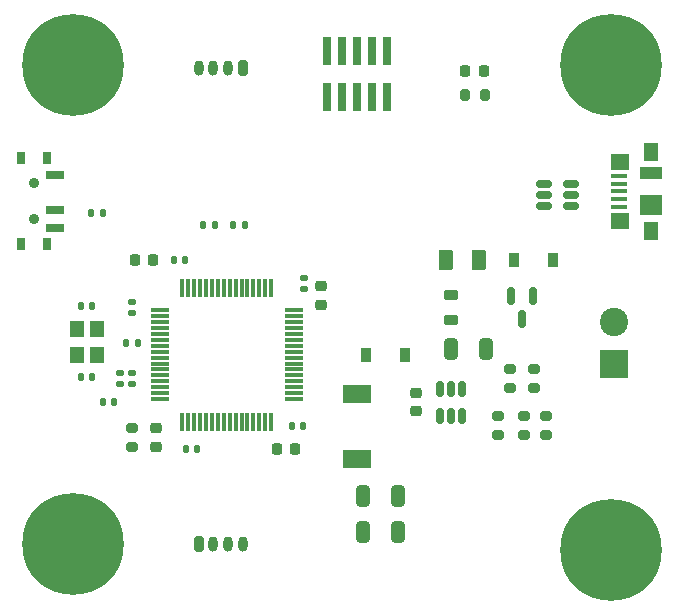
<source format=gbr>
%TF.GenerationSoftware,KiCad,Pcbnew,(6.0.1)*%
%TF.CreationDate,2022-05-20T16:10:24+03:00*%
%TF.ProjectId,STM32_based_project,53544d33-325f-4626-9173-65645f70726f,rev?*%
%TF.SameCoordinates,Original*%
%TF.FileFunction,Soldermask,Top*%
%TF.FilePolarity,Negative*%
%FSLAX46Y46*%
G04 Gerber Fmt 4.6, Leading zero omitted, Abs format (unit mm)*
G04 Created by KiCad (PCBNEW (6.0.1)) date 2022-05-20 16:10:24*
%MOMM*%
%LPD*%
G01*
G04 APERTURE LIST*
G04 Aperture macros list*
%AMRoundRect*
0 Rectangle with rounded corners*
0 $1 Rounding radius*
0 $2 $3 $4 $5 $6 $7 $8 $9 X,Y pos of 4 corners*
0 Add a 4 corners polygon primitive as box body*
4,1,4,$2,$3,$4,$5,$6,$7,$8,$9,$2,$3,0*
0 Add four circle primitives for the rounded corners*
1,1,$1+$1,$2,$3*
1,1,$1+$1,$4,$5*
1,1,$1+$1,$6,$7*
1,1,$1+$1,$8,$9*
0 Add four rect primitives between the rounded corners*
20,1,$1+$1,$2,$3,$4,$5,0*
20,1,$1+$1,$4,$5,$6,$7,0*
20,1,$1+$1,$6,$7,$8,$9,0*
20,1,$1+$1,$8,$9,$2,$3,0*%
G04 Aperture macros list end*
%ADD10C,0.900000*%
%ADD11C,8.600000*%
%ADD12RoundRect,0.140000X0.140000X0.170000X-0.140000X0.170000X-0.140000X-0.170000X0.140000X-0.170000X0*%
%ADD13RoundRect,0.200000X-0.275000X0.200000X-0.275000X-0.200000X0.275000X-0.200000X0.275000X0.200000X0*%
%ADD14R,0.800000X1.000000*%
%ADD15R,1.500000X0.700000*%
%ADD16RoundRect,0.218750X0.256250X-0.218750X0.256250X0.218750X-0.256250X0.218750X-0.256250X-0.218750X0*%
%ADD17RoundRect,0.218750X-0.381250X0.218750X-0.381250X-0.218750X0.381250X-0.218750X0.381250X0.218750X0*%
%ADD18RoundRect,0.140000X0.170000X-0.140000X0.170000X0.140000X-0.170000X0.140000X-0.170000X-0.140000X0*%
%ADD19RoundRect,0.135000X-0.135000X-0.185000X0.135000X-0.185000X0.135000X0.185000X-0.135000X0.185000X0*%
%ADD20RoundRect,0.135000X0.135000X0.185000X-0.135000X0.185000X-0.135000X-0.185000X0.135000X-0.185000X0*%
%ADD21RoundRect,0.150000X0.150000X-0.512500X0.150000X0.512500X-0.150000X0.512500X-0.150000X-0.512500X0*%
%ADD22RoundRect,0.200000X0.275000X-0.200000X0.275000X0.200000X-0.275000X0.200000X-0.275000X-0.200000X0*%
%ADD23RoundRect,0.200000X0.200000X0.450000X-0.200000X0.450000X-0.200000X-0.450000X0.200000X-0.450000X0*%
%ADD24O,0.800000X1.300000*%
%ADD25RoundRect,0.218750X0.218750X0.256250X-0.218750X0.256250X-0.218750X-0.256250X0.218750X-0.256250X0*%
%ADD26RoundRect,0.225000X0.250000X-0.225000X0.250000X0.225000X-0.250000X0.225000X-0.250000X-0.225000X0*%
%ADD27R,2.400000X2.400000*%
%ADD28C,2.400000*%
%ADD29R,2.400000X1.500000*%
%ADD30RoundRect,0.200000X-0.200000X-0.450000X0.200000X-0.450000X0.200000X0.450000X-0.200000X0.450000X0*%
%ADD31RoundRect,0.225000X-0.225000X-0.250000X0.225000X-0.250000X0.225000X0.250000X-0.225000X0.250000X0*%
%ADD32RoundRect,0.147500X-0.147500X-0.172500X0.147500X-0.172500X0.147500X0.172500X-0.147500X0.172500X0*%
%ADD33RoundRect,0.150000X0.512500X0.150000X-0.512500X0.150000X-0.512500X-0.150000X0.512500X-0.150000X0*%
%ADD34RoundRect,0.250000X0.375000X0.625000X-0.375000X0.625000X-0.375000X-0.625000X0.375000X-0.625000X0*%
%ADD35R,0.900000X1.200000*%
%ADD36R,0.740000X2.400000*%
%ADD37RoundRect,0.150000X-0.150000X0.587500X-0.150000X-0.587500X0.150000X-0.587500X0.150000X0.587500X0*%
%ADD38RoundRect,0.140000X-0.140000X-0.170000X0.140000X-0.170000X0.140000X0.170000X-0.140000X0.170000X0*%
%ADD39RoundRect,0.250000X0.325000X0.650000X-0.325000X0.650000X-0.325000X-0.650000X0.325000X-0.650000X0*%
%ADD40R,1.380000X0.450000*%
%ADD41R,1.900000X1.000000*%
%ADD42R,1.900000X1.800000*%
%ADD43R,1.300000X1.650000*%
%ADD44R,1.550000X1.425000*%
%ADD45RoundRect,0.200000X-0.200000X-0.275000X0.200000X-0.275000X0.200000X0.275000X-0.200000X0.275000X0*%
%ADD46RoundRect,0.225000X0.225000X0.250000X-0.225000X0.250000X-0.225000X-0.250000X0.225000X-0.250000X0*%
%ADD47R,1.200000X1.400000*%
%ADD48RoundRect,0.250000X-0.325000X-0.650000X0.325000X-0.650000X0.325000X0.650000X-0.325000X0.650000X0*%
%ADD49RoundRect,0.075000X-0.700000X-0.075000X0.700000X-0.075000X0.700000X0.075000X-0.700000X0.075000X0*%
%ADD50RoundRect,0.075000X-0.075000X-0.700000X0.075000X-0.700000X0.075000X0.700000X-0.075000X0.700000X0*%
G04 APERTURE END LIST*
D10*
%TO.C,H2*%
X132780419Y-69780419D03*
X133725000Y-67500000D03*
X128219581Y-69780419D03*
D11*
X130500000Y-67500000D03*
D10*
X130500000Y-70725000D03*
X132780419Y-65219581D03*
X128219581Y-65219581D03*
X127275000Y-67500000D03*
X130500000Y-64275000D03*
%TD*%
D12*
%TO.C,C7*%
X95480000Y-100000000D03*
X94520000Y-100000000D03*
%TD*%
D13*
%TO.C,R9*%
X90000000Y-98175000D03*
X90000000Y-99825000D03*
%TD*%
D11*
%TO.C,H3*%
X85000000Y-67500000D03*
D10*
X82719581Y-65219581D03*
X85000000Y-70725000D03*
X87280419Y-65219581D03*
X81775000Y-67500000D03*
X88225000Y-67500000D03*
X87280419Y-69780419D03*
X82719581Y-69780419D03*
X85000000Y-64275000D03*
%TD*%
D14*
%TO.C,SW1*%
X80570000Y-82650000D03*
X80570000Y-75350000D03*
D10*
X81670000Y-80500000D03*
D14*
X82780000Y-82650000D03*
X82780000Y-75350000D03*
D10*
X81670000Y-77500000D03*
D15*
X83430000Y-76750000D03*
X83430000Y-79750000D03*
X83430000Y-81250000D03*
%TD*%
D16*
%TO.C,D3*%
X92000000Y-99787500D03*
X92000000Y-98212500D03*
%TD*%
D10*
%TO.C,H1*%
X82719581Y-110280419D03*
X87280419Y-110280419D03*
X85000000Y-104775000D03*
X81775000Y-108000000D03*
D11*
X85000000Y-108000000D03*
D10*
X87280419Y-105719581D03*
X82719581Y-105719581D03*
X85000000Y-111225000D03*
X88225000Y-108000000D03*
%TD*%
D11*
%TO.C,H4*%
X130500000Y-108500000D03*
D10*
X132780419Y-110780419D03*
X130500000Y-105275000D03*
X128219581Y-106219581D03*
X130500000Y-111725000D03*
X133725000Y-108500000D03*
X128219581Y-110780419D03*
X132780419Y-106219581D03*
X127275000Y-108500000D03*
%TD*%
D17*
%TO.C,FB1*%
X117000000Y-86937500D03*
X117000000Y-89062500D03*
%TD*%
D18*
%TO.C,C11*%
X89000000Y-94480000D03*
X89000000Y-93520000D03*
%TD*%
%TO.C,C6*%
X90000000Y-88480000D03*
X90000000Y-87520000D03*
%TD*%
D19*
%TO.C,R8*%
X89490000Y-91000000D03*
X90510000Y-91000000D03*
%TD*%
D20*
%TO.C,R11*%
X97015000Y-80995000D03*
X95995000Y-80995000D03*
%TD*%
D21*
%TO.C,U1*%
X116050000Y-97200000D03*
X117000000Y-97200000D03*
X117950000Y-97200000D03*
X117950000Y-94925000D03*
X117000000Y-94925000D03*
X116050000Y-94925000D03*
%TD*%
D22*
%TO.C,R1*%
X122000000Y-94825000D03*
X122000000Y-93175000D03*
%TD*%
D23*
%TO.C,J4*%
X99375000Y-67700000D03*
D24*
X98125000Y-67700000D03*
X96875000Y-67700000D03*
X95625000Y-67700000D03*
%TD*%
D25*
%TO.C,D4*%
X119787500Y-68000000D03*
X118212500Y-68000000D03*
%TD*%
D13*
%TO.C,R3*%
X121000000Y-97175000D03*
X121000000Y-98825000D03*
%TD*%
D12*
%TO.C,C16*%
X86630000Y-93900000D03*
X85670000Y-93900000D03*
%TD*%
D26*
%TO.C,C4*%
X114000000Y-96775000D03*
X114000000Y-95225000D03*
%TD*%
%TO.C,C14*%
X106000000Y-87775000D03*
X106000000Y-86225000D03*
%TD*%
D22*
%TO.C,R4*%
X123175000Y-98825000D03*
X123175000Y-97175000D03*
%TD*%
D27*
%TO.C,J1*%
X130800000Y-92750000D03*
D28*
X130800000Y-89250000D03*
%TD*%
D29*
%TO.C,L1*%
X109000000Y-95312500D03*
X109000000Y-100812500D03*
%TD*%
D30*
%TO.C,J3*%
X95625000Y-108000000D03*
D24*
X96875000Y-108000000D03*
X98125000Y-108000000D03*
X99375000Y-108000000D03*
%TD*%
D31*
%TO.C,C13*%
X102225000Y-100000000D03*
X103775000Y-100000000D03*
%TD*%
D32*
%TO.C,L2*%
X87515000Y-96000000D03*
X88485000Y-96000000D03*
%TD*%
D33*
%TO.C,U3*%
X127137500Y-79450000D03*
X127137500Y-78500000D03*
X127137500Y-77550000D03*
X124862500Y-77550000D03*
X124862500Y-78500000D03*
X124862500Y-79450000D03*
%TD*%
D34*
%TO.C,F1*%
X119400000Y-84000000D03*
X116600000Y-84000000D03*
%TD*%
D35*
%TO.C,D2*%
X109825000Y-92000000D03*
X113125000Y-92000000D03*
%TD*%
D36*
%TO.C,J2*%
X111540000Y-66300000D03*
X111540000Y-70200000D03*
X110270000Y-66300000D03*
X110270000Y-70200000D03*
X109000000Y-66300000D03*
X109000000Y-70200000D03*
X107730000Y-66300000D03*
X107730000Y-70200000D03*
X106460000Y-66300000D03*
X106460000Y-70200000D03*
%TD*%
D37*
%TO.C,Q1*%
X123950000Y-87062500D03*
X122050000Y-87062500D03*
X123000000Y-88937500D03*
%TD*%
D38*
%TO.C,C8*%
X103520000Y-98000000D03*
X104480000Y-98000000D03*
%TD*%
D13*
%TO.C,R2*%
X124000000Y-93175000D03*
X124000000Y-94825000D03*
%TD*%
D38*
%TO.C,C10*%
X93520000Y-84000000D03*
X94480000Y-84000000D03*
%TD*%
D35*
%TO.C,D1*%
X122350000Y-84000000D03*
X125650000Y-84000000D03*
%TD*%
D39*
%TO.C,C3*%
X112475000Y-107000000D03*
X109525000Y-107000000D03*
%TD*%
D18*
%TO.C,C12*%
X90000000Y-94480000D03*
X90000000Y-93520000D03*
%TD*%
D20*
%TO.C,R7*%
X87510000Y-80000000D03*
X86490000Y-80000000D03*
%TD*%
D40*
%TO.C,J5*%
X131240000Y-79475000D03*
X131240000Y-78825000D03*
X131240000Y-78175000D03*
X131240000Y-77525000D03*
X131240000Y-76875000D03*
D41*
X133900000Y-76625000D03*
D42*
X133900000Y-79325000D03*
D43*
X133900000Y-74800000D03*
D44*
X131325000Y-80662500D03*
X131325000Y-75687500D03*
D43*
X133900000Y-81550000D03*
%TD*%
D18*
%TO.C,C9*%
X104500000Y-86480000D03*
X104500000Y-85520000D03*
%TD*%
D39*
%TO.C,C2*%
X112475000Y-104000000D03*
X109525000Y-104000000D03*
%TD*%
D45*
%TO.C,R6*%
X118175000Y-70000000D03*
X119825000Y-70000000D03*
%TD*%
D38*
%TO.C,C15*%
X85670000Y-87900000D03*
X86630000Y-87900000D03*
%TD*%
D46*
%TO.C,C5*%
X91775000Y-84000000D03*
X90225000Y-84000000D03*
%TD*%
D19*
%TO.C,R10*%
X98495000Y-80995000D03*
X99515000Y-80995000D03*
%TD*%
D13*
%TO.C,R5*%
X125000000Y-97175000D03*
X125000000Y-98825000D03*
%TD*%
D47*
%TO.C,Y1*%
X85300000Y-89800000D03*
X85300000Y-92000000D03*
X87000000Y-92000000D03*
X87000000Y-89800000D03*
%TD*%
D48*
%TO.C,C1*%
X117025000Y-91500000D03*
X119975000Y-91500000D03*
%TD*%
D49*
%TO.C,U2*%
X92325000Y-88250000D03*
X92325000Y-88750000D03*
X92325000Y-89250000D03*
X92325000Y-89750000D03*
X92325000Y-90250000D03*
X92325000Y-90750000D03*
X92325000Y-91250000D03*
X92325000Y-91750000D03*
X92325000Y-92250000D03*
X92325000Y-92750000D03*
X92325000Y-93250000D03*
X92325000Y-93750000D03*
X92325000Y-94250000D03*
X92325000Y-94750000D03*
X92325000Y-95250000D03*
X92325000Y-95750000D03*
D50*
X94250000Y-97675000D03*
X94750000Y-97675000D03*
X95250000Y-97675000D03*
X95750000Y-97675000D03*
X96250000Y-97675000D03*
X96750000Y-97675000D03*
X97250000Y-97675000D03*
X97750000Y-97675000D03*
X98250000Y-97675000D03*
X98750000Y-97675000D03*
X99250000Y-97675000D03*
X99750000Y-97675000D03*
X100250000Y-97675000D03*
X100750000Y-97675000D03*
X101250000Y-97675000D03*
X101750000Y-97675000D03*
D49*
X103675000Y-95750000D03*
X103675000Y-95250000D03*
X103675000Y-94750000D03*
X103675000Y-94250000D03*
X103675000Y-93750000D03*
X103675000Y-93250000D03*
X103675000Y-92750000D03*
X103675000Y-92250000D03*
X103675000Y-91750000D03*
X103675000Y-91250000D03*
X103675000Y-90750000D03*
X103675000Y-90250000D03*
X103675000Y-89750000D03*
X103675000Y-89250000D03*
X103675000Y-88750000D03*
X103675000Y-88250000D03*
D50*
X101750000Y-86325000D03*
X101250000Y-86325000D03*
X100750000Y-86325000D03*
X100250000Y-86325000D03*
X99750000Y-86325000D03*
X99250000Y-86325000D03*
X98750000Y-86325000D03*
X98250000Y-86325000D03*
X97750000Y-86325000D03*
X97250000Y-86325000D03*
X96750000Y-86325000D03*
X96250000Y-86325000D03*
X95750000Y-86325000D03*
X95250000Y-86325000D03*
X94750000Y-86325000D03*
X94250000Y-86325000D03*
%TD*%
M02*

</source>
